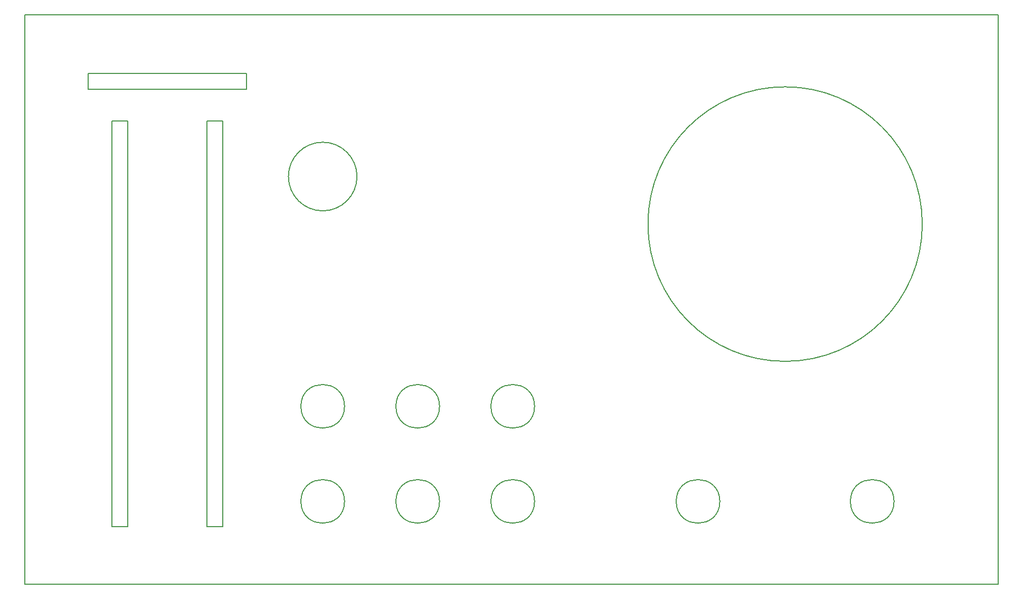
<source format=gbr>
G04 #@! TF.GenerationSoftware,KiCad,Pcbnew,5.0.0-fee4fd1~66~ubuntu18.04.1*
G04 #@! TF.CreationDate,2018-09-21T23:05:29+02:00*
G04 #@! TF.ProjectId,Top,546F702E6B696361645F706362000000,rev?*
G04 #@! TF.SameCoordinates,Original*
G04 #@! TF.FileFunction,Profile,NP*
%FSLAX46Y46*%
G04 Gerber Fmt 4.6, Leading zero omitted, Abs format (unit mm)*
G04 Created by KiCad (PCBNEW 5.0.0-fee4fd1~66~ubuntu18.04.1) date Fri Sep 21 23:05:29 2018*
%MOMM*%
%LPD*%
G01*
G04 APERTURE LIST*
%ADD10C,0.200000*%
G04 APERTURE END LIST*
D10*
X228290000Y-142240000D02*
G75*
G03X228290000Y-142240000I-3500000J0D01*
G01*
X200350000Y-142240000D02*
G75*
G03X200350000Y-142240000I-3500000J0D01*
G01*
X102870000Y-81280000D02*
X102870000Y-146280000D01*
X105410000Y-146280000D02*
X105410000Y-81280000D01*
X118110000Y-81280000D02*
X118110000Y-146280000D01*
X120650000Y-81280000D02*
X120650000Y-146280000D01*
X99060000Y-73660000D02*
X124460000Y-73660000D01*
X99060000Y-76200000D02*
X99060000Y-73660000D01*
X124460000Y-76200000D02*
X99060000Y-76200000D01*
X124460000Y-73660000D02*
X124460000Y-76200000D01*
X142152000Y-90170000D02*
G75*
G03X142152000Y-90170000I-5500000J0D01*
G01*
X170632000Y-142240000D02*
G75*
G03X170632000Y-142240000I-3500000J0D01*
G01*
X170632000Y-127000000D02*
G75*
G03X170632000Y-127000000I-3500000J0D01*
G01*
X155392000Y-127000000D02*
G75*
G03X155392000Y-127000000I-3500000J0D01*
G01*
X155392000Y-142240000D02*
G75*
G03X155392000Y-142240000I-3500000J0D01*
G01*
X140152000Y-142240000D02*
G75*
G03X140152000Y-142240000I-3500000J0D01*
G01*
X140152000Y-127000000D02*
G75*
G03X140152000Y-127000000I-3500000J0D01*
G01*
X102870000Y-81280000D02*
X105410000Y-81280000D01*
X120650000Y-81280000D02*
X118110000Y-81280000D01*
X105410000Y-146280000D02*
X102870000Y-146280000D01*
X118110000Y-146280000D02*
X120650000Y-146280000D01*
X232820000Y-97790000D02*
G75*
G03X232820000Y-97790000I-22000000J0D01*
G01*
X88900000Y-64300000D02*
X88900000Y-155500000D01*
X245000000Y-64262000D02*
X88900000Y-64262000D01*
X245000000Y-155500000D02*
X245000000Y-64300000D01*
X88900000Y-155500000D02*
X245000000Y-155500000D01*
M02*

</source>
